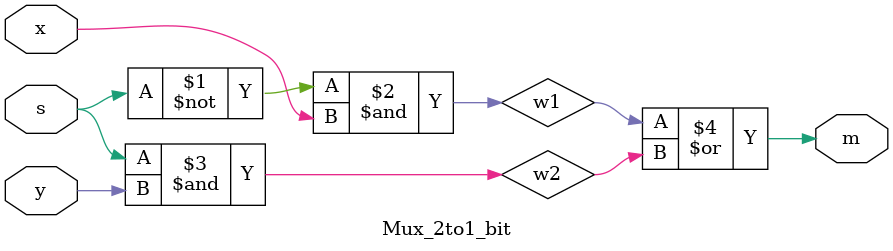
<source format=v>
module Mux_2to1_bit( m,
							s,
							x,
							y
							);
							
	output m;
	
	input s;
	input x;
	input y;
	
	wire w1;
	wire w2;
	
	assign w1 = (~s) & x;
	assign w2 = s & y;
	assign m = w1 | w2;
	
endmodule

</source>
